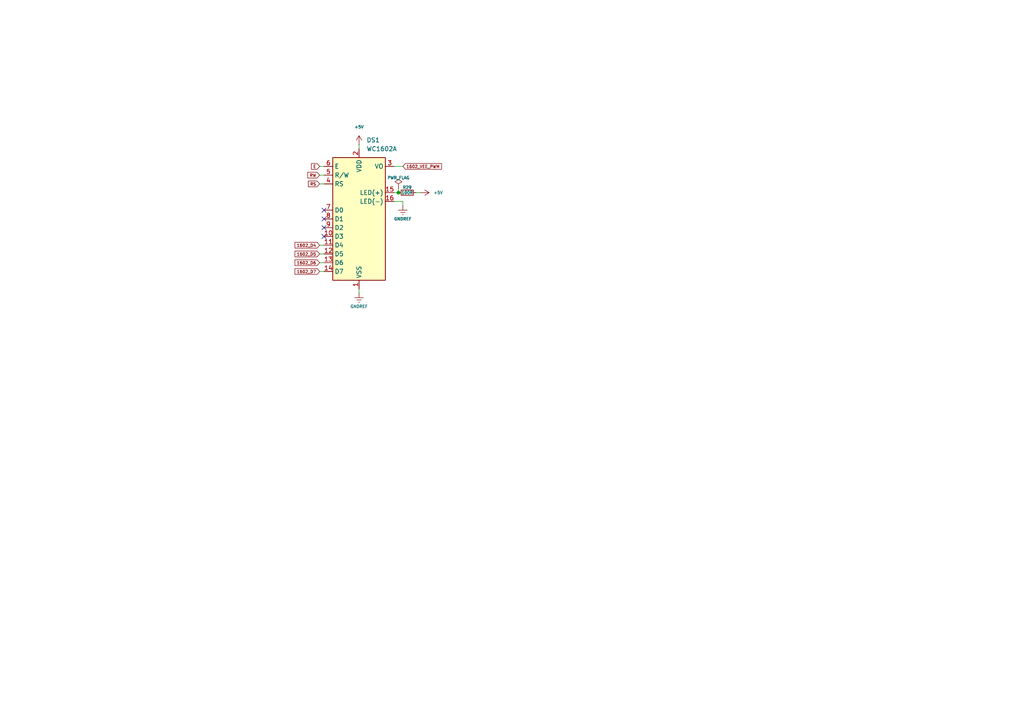
<source format=kicad_sch>
(kicad_sch
	(version 20250114)
	(generator "eeschema")
	(generator_version "9.0")
	(uuid "70e6cc08-5b7e-48a3-95ac-096c70c05d48")
	(paper "A4")
	(lib_symbols
		(symbol "Library:+5V"
			(power)
			(pin_numbers
				(hide yes)
			)
			(pin_names
				(offset 0)
				(hide yes)
			)
			(exclude_from_sim no)
			(in_bom yes)
			(on_board yes)
			(property "Reference" "#PWR"
				(at 0 -3.81 0)
				(effects
					(font
						(size 1.27 1.27)
					)
					(hide yes)
				)
			)
			(property "Value" "+5V"
				(at 0 3.556 0)
				(effects
					(font
						(size 1.27 1.27)
					)
				)
			)
			(property "Footprint" ""
				(at 0 0 0)
				(effects
					(font
						(size 1.27 1.27)
					)
					(hide yes)
				)
			)
			(property "Datasheet" ""
				(at 0 0 0)
				(effects
					(font
						(size 1.27 1.27)
					)
					(hide yes)
				)
			)
			(property "Description" "Power symbol creates a global label with name \"+5V\""
				(at 0 0 0)
				(effects
					(font
						(size 1.27 1.27)
					)
					(hide yes)
				)
			)
			(property "ki_keywords" "global power"
				(at 0 0 0)
				(effects
					(font
						(size 1.27 1.27)
					)
					(hide yes)
				)
			)
			(symbol "+5V_0_1"
				(polyline
					(pts
						(xy -0.762 1.27) (xy 0 2.54)
					)
					(stroke
						(width 0)
						(type default)
					)
					(fill
						(type none)
					)
				)
				(polyline
					(pts
						(xy 0 2.54) (xy 0.762 1.27)
					)
					(stroke
						(width 0)
						(type default)
					)
					(fill
						(type none)
					)
				)
				(polyline
					(pts
						(xy 0 0) (xy 0 2.54)
					)
					(stroke
						(width 0)
						(type default)
					)
					(fill
						(type none)
					)
				)
			)
			(symbol "+5V_1_1"
				(pin power_in line
					(at 0 0 90)
					(length 0)
					(name "~"
						(effects
							(font
								(size 1.27 1.27)
							)
						)
					)
					(number "1"
						(effects
							(font
								(size 1.27 1.27)
							)
						)
					)
				)
			)
			(embedded_fonts no)
		)
		(symbol "Library:GNDREF"
			(power)
			(pin_numbers
				(hide yes)
			)
			(pin_names
				(offset 0)
				(hide yes)
			)
			(exclude_from_sim no)
			(in_bom yes)
			(on_board yes)
			(property "Reference" "#PWR"
				(at 0 -6.35 0)
				(effects
					(font
						(size 1.27 1.27)
					)
					(hide yes)
				)
			)
			(property "Value" "GNDREF"
				(at 0 -3.81 0)
				(effects
					(font
						(size 1.27 1.27)
					)
				)
			)
			(property "Footprint" ""
				(at 0 0 0)
				(effects
					(font
						(size 1.27 1.27)
					)
					(hide yes)
				)
			)
			(property "Datasheet" ""
				(at 0 0 0)
				(effects
					(font
						(size 1.27 1.27)
					)
					(hide yes)
				)
			)
			(property "Description" "Power symbol creates a global label with name \"GNDREF\" , reference supply ground"
				(at 0 0 0)
				(effects
					(font
						(size 1.27 1.27)
					)
					(hide yes)
				)
			)
			(property "ki_keywords" "global power"
				(at 0 0 0)
				(effects
					(font
						(size 1.27 1.27)
					)
					(hide yes)
				)
			)
			(symbol "GNDREF_0_1"
				(polyline
					(pts
						(xy -0.635 -1.905) (xy 0.635 -1.905)
					)
					(stroke
						(width 0)
						(type default)
					)
					(fill
						(type none)
					)
				)
				(polyline
					(pts
						(xy -0.127 -2.54) (xy 0.127 -2.54)
					)
					(stroke
						(width 0)
						(type default)
					)
					(fill
						(type none)
					)
				)
				(polyline
					(pts
						(xy 0 -1.27) (xy 0 0)
					)
					(stroke
						(width 0)
						(type default)
					)
					(fill
						(type none)
					)
				)
				(polyline
					(pts
						(xy 1.27 -1.27) (xy -1.27 -1.27)
					)
					(stroke
						(width 0)
						(type default)
					)
					(fill
						(type none)
					)
				)
			)
			(symbol "GNDREF_1_1"
				(pin power_in line
					(at 0 0 270)
					(length 0)
					(name "~"
						(effects
							(font
								(size 1.27 1.27)
							)
						)
					)
					(number "1"
						(effects
							(font
								(size 1.27 1.27)
							)
						)
					)
				)
			)
			(embedded_fonts no)
		)
		(symbol "Library:PWR_FLAG"
			(power)
			(pin_numbers
				(hide yes)
			)
			(pin_names
				(offset 0)
				(hide yes)
			)
			(exclude_from_sim no)
			(in_bom yes)
			(on_board yes)
			(property "Reference" "#FLG"
				(at 0 1.905 0)
				(effects
					(font
						(size 1.27 1.27)
					)
					(hide yes)
				)
			)
			(property "Value" "PWR_FLAG"
				(at 0 3.81 0)
				(effects
					(font
						(size 1.27 1.27)
					)
				)
			)
			(property "Footprint" ""
				(at 0 0 0)
				(effects
					(font
						(size 1.27 1.27)
					)
					(hide yes)
				)
			)
			(property "Datasheet" "~"
				(at 0 0 0)
				(effects
					(font
						(size 1.27 1.27)
					)
					(hide yes)
				)
			)
			(property "Description" "Special symbol for telling ERC where power comes from"
				(at 0 0 0)
				(effects
					(font
						(size 1.27 1.27)
					)
					(hide yes)
				)
			)
			(property "ki_keywords" "flag power"
				(at 0 0 0)
				(effects
					(font
						(size 1.27 1.27)
					)
					(hide yes)
				)
			)
			(symbol "PWR_FLAG_0_0"
				(pin power_out line
					(at 0 0 90)
					(length 0)
					(name "~"
						(effects
							(font
								(size 1.27 1.27)
							)
						)
					)
					(number "1"
						(effects
							(font
								(size 1.27 1.27)
							)
						)
					)
				)
			)
			(symbol "PWR_FLAG_0_1"
				(polyline
					(pts
						(xy 0 0) (xy 0 1.27) (xy -1.016 1.905) (xy 0 2.54) (xy 1.016 1.905) (xy 0 1.27)
					)
					(stroke
						(width 0)
						(type default)
					)
					(fill
						(type none)
					)
				)
			)
			(embedded_fonts no)
		)
		(symbol "Library:R_Small"
			(pin_numbers
				(hide yes)
			)
			(pin_names
				(offset 0.254)
				(hide yes)
			)
			(exclude_from_sim no)
			(in_bom yes)
			(on_board yes)
			(property "Reference" "R"
				(at 0 0 90)
				(effects
					(font
						(size 1.016 1.016)
					)
				)
			)
			(property "Value" "R_Small"
				(at 1.778 0 90)
				(effects
					(font
						(size 1.27 1.27)
					)
				)
			)
			(property "Footprint" ""
				(at 0 0 0)
				(effects
					(font
						(size 1.27 1.27)
					)
					(hide yes)
				)
			)
			(property "Datasheet" "~"
				(at 0 0 0)
				(effects
					(font
						(size 1.27 1.27)
					)
					(hide yes)
				)
			)
			(property "Description" "Resistor, small symbol"
				(at 0 0 0)
				(effects
					(font
						(size 1.27 1.27)
					)
					(hide yes)
				)
			)
			(property "ki_keywords" "R resistor"
				(at 0 0 0)
				(effects
					(font
						(size 1.27 1.27)
					)
					(hide yes)
				)
			)
			(property "ki_fp_filters" "R_*"
				(at 0 0 0)
				(effects
					(font
						(size 1.27 1.27)
					)
					(hide yes)
				)
			)
			(symbol "R_Small_0_1"
				(rectangle
					(start -0.762 1.778)
					(end 0.762 -1.778)
					(stroke
						(width 0.2032)
						(type default)
					)
					(fill
						(type none)
					)
				)
			)
			(symbol "R_Small_1_1"
				(pin passive line
					(at 0 2.54 270)
					(length 0.762)
					(name "~"
						(effects
							(font
								(size 1.27 1.27)
							)
						)
					)
					(number "1"
						(effects
							(font
								(size 1.27 1.27)
							)
						)
					)
				)
				(pin passive line
					(at 0 -2.54 90)
					(length 0.762)
					(name "~"
						(effects
							(font
								(size 1.27 1.27)
							)
						)
					)
					(number "2"
						(effects
							(font
								(size 1.27 1.27)
							)
						)
					)
				)
			)
			(embedded_fonts no)
		)
		(symbol "Library:WC1602A"
			(exclude_from_sim no)
			(in_bom yes)
			(on_board yes)
			(property "Reference" "DS"
				(at -5.842 19.05 0)
				(effects
					(font
						(size 1.27 1.27)
					)
				)
			)
			(property "Value" "WC1602A"
				(at 5.334 19.05 0)
				(effects
					(font
						(size 1.27 1.27)
					)
				)
			)
			(property "Footprint" "Display:WC1602A"
				(at 0 -22.86 0)
				(effects
					(font
						(size 1.27 1.27)
						(italic yes)
					)
					(hide yes)
				)
			)
			(property "Datasheet" "http://www.wincomlcd.com/pdf/WC1602A-SFYLYHTC06.pdf"
				(at 17.78 0 0)
				(effects
					(font
						(size 1.27 1.27)
					)
					(hide yes)
				)
			)
			(property "Description" "LCD 16x2 Alphanumeric , 8 bit parallel bus, 5V VDD"
				(at 0 0 0)
				(effects
					(font
						(size 1.27 1.27)
					)
					(hide yes)
				)
			)
			(property "ki_keywords" "display LCD dot-matrix"
				(at 0 0 0)
				(effects
					(font
						(size 1.27 1.27)
					)
					(hide yes)
				)
			)
			(property "ki_fp_filters" "*WC*1602A*"
				(at 0 0 0)
				(effects
					(font
						(size 1.27 1.27)
					)
					(hide yes)
				)
			)
			(symbol "WC1602A_1_1"
				(rectangle
					(start -7.62 17.78)
					(end 7.62 -17.78)
					(stroke
						(width 0.254)
						(type default)
					)
					(fill
						(type background)
					)
				)
				(pin input line
					(at -10.16 15.24 0)
					(length 2.54)
					(name "E"
						(effects
							(font
								(size 1.27 1.27)
							)
						)
					)
					(number "6"
						(effects
							(font
								(size 1.27 1.27)
							)
						)
					)
				)
				(pin input line
					(at -10.16 12.7 0)
					(length 2.54)
					(name "R/W"
						(effects
							(font
								(size 1.27 1.27)
							)
						)
					)
					(number "5"
						(effects
							(font
								(size 1.27 1.27)
							)
						)
					)
				)
				(pin input line
					(at -10.16 10.16 0)
					(length 2.54)
					(name "RS"
						(effects
							(font
								(size 1.27 1.27)
							)
						)
					)
					(number "4"
						(effects
							(font
								(size 1.27 1.27)
							)
						)
					)
				)
				(pin input line
					(at -10.16 2.54 0)
					(length 2.54)
					(name "D0"
						(effects
							(font
								(size 1.27 1.27)
							)
						)
					)
					(number "7"
						(effects
							(font
								(size 1.27 1.27)
							)
						)
					)
				)
				(pin input line
					(at -10.16 0 0)
					(length 2.54)
					(name "D1"
						(effects
							(font
								(size 1.27 1.27)
							)
						)
					)
					(number "8"
						(effects
							(font
								(size 1.27 1.27)
							)
						)
					)
				)
				(pin input line
					(at -10.16 -2.54 0)
					(length 2.54)
					(name "D2"
						(effects
							(font
								(size 1.27 1.27)
							)
						)
					)
					(number "9"
						(effects
							(font
								(size 1.27 1.27)
							)
						)
					)
				)
				(pin input line
					(at -10.16 -5.08 0)
					(length 2.54)
					(name "D3"
						(effects
							(font
								(size 1.27 1.27)
							)
						)
					)
					(number "10"
						(effects
							(font
								(size 1.27 1.27)
							)
						)
					)
				)
				(pin input line
					(at -10.16 -7.62 0)
					(length 2.54)
					(name "D4"
						(effects
							(font
								(size 1.27 1.27)
							)
						)
					)
					(number "11"
						(effects
							(font
								(size 1.27 1.27)
							)
						)
					)
				)
				(pin input line
					(at -10.16 -10.16 0)
					(length 2.54)
					(name "D5"
						(effects
							(font
								(size 1.27 1.27)
							)
						)
					)
					(number "12"
						(effects
							(font
								(size 1.27 1.27)
							)
						)
					)
				)
				(pin input line
					(at -10.16 -12.7 0)
					(length 2.54)
					(name "D6"
						(effects
							(font
								(size 1.27 1.27)
							)
						)
					)
					(number "13"
						(effects
							(font
								(size 1.27 1.27)
							)
						)
					)
				)
				(pin input line
					(at -10.16 -15.24 0)
					(length 2.54)
					(name "D7"
						(effects
							(font
								(size 1.27 1.27)
							)
						)
					)
					(number "14"
						(effects
							(font
								(size 1.27 1.27)
							)
						)
					)
				)
				(pin power_in line
					(at 0 20.32 270)
					(length 2.54)
					(name "VDD"
						(effects
							(font
								(size 1.27 1.27)
							)
						)
					)
					(number "2"
						(effects
							(font
								(size 1.27 1.27)
							)
						)
					)
				)
				(pin power_in line
					(at 0 -20.32 90)
					(length 2.54)
					(name "VSS"
						(effects
							(font
								(size 1.27 1.27)
							)
						)
					)
					(number "1"
						(effects
							(font
								(size 1.27 1.27)
							)
						)
					)
				)
				(pin input line
					(at 10.16 15.24 180)
					(length 2.54)
					(name "VO"
						(effects
							(font
								(size 1.27 1.27)
							)
						)
					)
					(number "3"
						(effects
							(font
								(size 1.27 1.27)
							)
						)
					)
				)
				(pin power_in line
					(at 10.16 7.62 180)
					(length 2.54)
					(name "LED(+)"
						(effects
							(font
								(size 1.27 1.27)
							)
						)
					)
					(number "15"
						(effects
							(font
								(size 1.27 1.27)
							)
						)
					)
				)
				(pin power_in line
					(at 10.16 5.08 180)
					(length 2.54)
					(name "LED(-)"
						(effects
							(font
								(size 1.27 1.27)
							)
						)
					)
					(number "16"
						(effects
							(font
								(size 1.27 1.27)
							)
						)
					)
				)
			)
			(embedded_fonts no)
		)
	)
	(junction
		(at 115.57 55.88)
		(diameter 0)
		(color 0 0 0 0)
		(uuid "90e024a0-9971-477b-8499-6441908d80e8")
	)
	(no_connect
		(at 93.98 66.04)
		(uuid "17f72149-efa4-4a2c-a148-9b8db7b8091c")
	)
	(no_connect
		(at 93.98 68.58)
		(uuid "715fcb16-da2e-4891-a8bd-92cd77cc3ba4")
	)
	(no_connect
		(at 93.98 60.96)
		(uuid "c4234a2f-ef14-477d-81a9-2d5414eafc26")
	)
	(no_connect
		(at 93.98 63.5)
		(uuid "d8122160-7ec8-4e9b-8f88-64b5e8382d5f")
	)
	(wire
		(pts
			(xy 92.71 76.2) (xy 93.98 76.2)
		)
		(stroke
			(width 0)
			(type default)
		)
		(uuid "110b4f57-e320-4dfa-9d0d-2eb6b5d8cd63")
	)
	(wire
		(pts
			(xy 92.71 78.74) (xy 93.98 78.74)
		)
		(stroke
			(width 0)
			(type default)
		)
		(uuid "19fcd880-7c34-4cf4-96d2-5a191e4e1006")
	)
	(wire
		(pts
			(xy 92.71 48.26) (xy 93.98 48.26)
		)
		(stroke
			(width 0)
			(type default)
		)
		(uuid "651b7f49-a337-41e3-b146-79cf0a91f27e")
	)
	(wire
		(pts
			(xy 114.3 48.26) (xy 116.84 48.26)
		)
		(stroke
			(width 0)
			(type default)
		)
		(uuid "74e582b6-2f6c-4ad9-8edf-e169ae48e1c0")
	)
	(wire
		(pts
			(xy 92.71 73.66) (xy 93.98 73.66)
		)
		(stroke
			(width 0)
			(type default)
		)
		(uuid "76682349-c817-4607-b3e5-6f244cb60141")
	)
	(wire
		(pts
			(xy 115.57 54.61) (xy 115.57 55.88)
		)
		(stroke
			(width 0)
			(type default)
		)
		(uuid "8b32b440-38b2-4e20-aaf8-71637cedcc53")
	)
	(wire
		(pts
			(xy 92.71 53.34) (xy 93.98 53.34)
		)
		(stroke
			(width 0)
			(type default)
		)
		(uuid "91060ef3-62d8-46b3-aca1-6a22d682e795")
	)
	(wire
		(pts
			(xy 92.71 71.12) (xy 93.98 71.12)
		)
		(stroke
			(width 0)
			(type default)
		)
		(uuid "98e089c8-a215-4402-9d91-e9d0f44251bc")
	)
	(wire
		(pts
			(xy 104.14 41.91) (xy 104.14 43.18)
		)
		(stroke
			(width 0)
			(type default)
		)
		(uuid "ae99d79c-83f9-4a13-a602-8c52926925c0")
	)
	(wire
		(pts
			(xy 116.84 58.42) (xy 116.84 59.69)
		)
		(stroke
			(width 0)
			(type default)
		)
		(uuid "c14c479c-e9e9-4241-9861-fc147658d702")
	)
	(wire
		(pts
			(xy 104.14 85.09) (xy 104.14 83.82)
		)
		(stroke
			(width 0)
			(type default)
		)
		(uuid "c251fa55-b1bf-49f8-8e00-4d2c783c906f")
	)
	(wire
		(pts
			(xy 114.3 58.42) (xy 116.84 58.42)
		)
		(stroke
			(width 0)
			(type default)
		)
		(uuid "cc5e8c9e-ea9a-4a35-8263-9286e879d7da")
	)
	(wire
		(pts
			(xy 114.3 55.88) (xy 115.57 55.88)
		)
		(stroke
			(width 0)
			(type default)
		)
		(uuid "cf0edc69-fd74-4cbf-931d-7dc99ac8d43b")
	)
	(wire
		(pts
			(xy 121.92 55.88) (xy 120.65 55.88)
		)
		(stroke
			(width 0)
			(type default)
		)
		(uuid "ead836e2-e0c5-4253-a3c5-1a505db48015")
	)
	(wire
		(pts
			(xy 92.71 50.8) (xy 93.98 50.8)
		)
		(stroke
			(width 0)
			(type default)
		)
		(uuid "fdf1d5ac-2352-49e3-801c-40acae89c5db")
	)
	(global_label "1602_VEE_PWM"
		(shape input)
		(at 116.84 48.26 0)
		(fields_autoplaced yes)
		(effects
			(font
				(size 0.85 0.85)
			)
			(justify left)
		)
		(uuid "0d84a91c-b4ab-44cb-94dc-e3324d736797")
		(property "Intersheetrefs" "${INTERSHEET_REFS}"
			(at 128.4308 48.26 0)
			(effects
				(font
					(size 1.27 1.27)
				)
				(justify left)
				(hide yes)
			)
		)
	)
	(global_label "E"
		(shape input)
		(at 92.71 48.26 180)
		(fields_autoplaced yes)
		(effects
			(font
				(size 0.85 0.85)
			)
			(justify right)
		)
		(uuid "1eb317be-4838-4470-a5d6-da787b0f8108")
		(property "Intersheetrefs" "${INTERSHEET_REFS}"
			(at 89.9428 48.26 0)
			(effects
				(font
					(size 1.27 1.27)
				)
				(justify right)
				(hide yes)
			)
		)
	)
	(global_label "RW"
		(shape input)
		(at 92.71 50.8 180)
		(fields_autoplaced yes)
		(effects
			(font
				(size 0.85 0.85)
			)
			(justify right)
		)
		(uuid "309bb2c0-f994-4c2e-a98f-2d0176b9601e")
		(property "Intersheetrefs" "${INTERSHEET_REFS}"
			(at 88.8904 50.8 0)
			(effects
				(font
					(size 1.27 1.27)
				)
				(justify right)
				(hide yes)
			)
		)
	)
	(global_label "1602_D5"
		(shape input)
		(at 92.71 73.66 180)
		(fields_autoplaced yes)
		(effects
			(font
				(size 0.85 0.85)
			)
			(justify right)
		)
		(uuid "3f3fdd76-0fb3-46b3-88e4-797e1012d984")
		(property "Intersheetrefs" "${INTERSHEET_REFS}"
			(at 85.1667 73.66 0)
			(effects
				(font
					(size 1.27 1.27)
				)
				(justify right)
				(hide yes)
			)
		)
	)
	(global_label "RS"
		(shape input)
		(at 92.71 53.34 180)
		(fields_autoplaced yes)
		(effects
			(font
				(size 0.85 0.85)
			)
			(justify right)
		)
		(uuid "400e99d3-9435-42e2-8afe-a4b49315b7ef")
		(property "Intersheetrefs" "${INTERSHEET_REFS}"
			(at 89.0523 53.34 0)
			(effects
				(font
					(size 1.27 1.27)
				)
				(justify right)
				(hide yes)
			)
		)
	)
	(global_label "1602_D6"
		(shape input)
		(at 92.71 76.2 180)
		(fields_autoplaced yes)
		(effects
			(font
				(size 0.85 0.85)
			)
			(justify right)
		)
		(uuid "7c720589-9754-4c90-a8b6-c063b01064b2")
		(property "Intersheetrefs" "${INTERSHEET_REFS}"
			(at 85.1667 76.2 0)
			(effects
				(font
					(size 1.27 1.27)
				)
				(justify right)
				(hide yes)
			)
		)
	)
	(global_label "1602_D7"
		(shape input)
		(at 92.71 78.74 180)
		(fields_autoplaced yes)
		(effects
			(font
				(size 0.85 0.85)
			)
			(justify right)
		)
		(uuid "84357237-2839-46d1-a2d7-5055e65d291b")
		(property "Intersheetrefs" "${INTERSHEET_REFS}"
			(at 85.1667 78.74 0)
			(effects
				(font
					(size 1.27 1.27)
				)
				(justify right)
				(hide yes)
			)
		)
	)
	(global_label "1602_D4"
		(shape input)
		(at 92.71 71.12 180)
		(fields_autoplaced yes)
		(effects
			(font
				(size 0.85 0.85)
			)
			(justify right)
		)
		(uuid "bd549fad-604f-4088-a3fe-09bb67f37bf1")
		(property "Intersheetrefs" "${INTERSHEET_REFS}"
			(at 85.1667 71.12 0)
			(effects
				(font
					(size 1.27 1.27)
				)
				(justify right)
				(hide yes)
			)
		)
	)
	(symbol
		(lib_id "Library:+5V")
		(at 121.92 55.88 270)
		(unit 1)
		(exclude_from_sim no)
		(in_bom yes)
		(on_board yes)
		(dnp no)
		(fields_autoplaced yes)
		(uuid "717bce9a-f224-4d49-90c3-b200f6756673")
		(property "Reference" "#PWR089"
			(at 118.11 55.88 0)
			(effects
				(font
					(size 0.85 0.85)
				)
				(hide yes)
			)
		)
		(property "Value" "+5V"
			(at 125.73 55.8799 90)
			(effects
				(font
					(size 0.85 0.85)
				)
				(justify left)
			)
		)
		(property "Footprint" ""
			(at 121.92 55.88 0)
			(effects
				(font
					(size 0.85 0.85)
				)
				(hide yes)
			)
		)
		(property "Datasheet" ""
			(at 121.92 55.88 0)
			(effects
				(font
					(size 0.85 0.85)
				)
				(hide yes)
			)
		)
		(property "Description" "Power symbol creates a global label with name \"+5V\""
			(at 121.92 55.88 0)
			(effects
				(font
					(size 0.85 0.85)
				)
				(hide yes)
			)
		)
		(pin "1"
			(uuid "4ea9e656-0be9-4ee3-bba3-8eca4d2a0fa2")
		)
		(instances
			(project "MoistureDatalogger"
				(path "/2465b45a-61bf-4bb8-9f23-f35ab1c53bad/4d95b4cd-282b-4c6b-9042-d04cf6f15a1a"
					(reference "#PWR089")
					(unit 1)
				)
			)
		)
	)
	(symbol
		(lib_id "Library:R_Small")
		(at 118.11 55.88 270)
		(unit 1)
		(exclude_from_sim no)
		(in_bom yes)
		(on_board yes)
		(dnp no)
		(uuid "869407b2-7c86-4338-b95c-a6592d68ec91")
		(property "Reference" "R29"
			(at 118.11 54.356 90)
			(effects
				(font
					(size 0.85 0.85)
				)
			)
		)
		(property "Value" "100R"
			(at 118.11 55.88 90)
			(effects
				(font
					(size 0.85 0.85)
				)
			)
		)
		(property "Footprint" "Library:R_0805_2012Metric"
			(at 118.11 55.88 0)
			(effects
				(font
					(size 0.85 0.85)
				)
				(hide yes)
			)
		)
		(property "Datasheet" "~"
			(at 118.11 55.88 0)
			(effects
				(font
					(size 0.85 0.85)
				)
				(hide yes)
			)
		)
		(property "Description" "Resistor, small symbol"
			(at 118.11 55.88 0)
			(effects
				(font
					(size 0.85 0.85)
				)
				(hide yes)
			)
		)
		(pin "1"
			(uuid "48923269-ddb5-4cf4-9194-3366b61667f6")
		)
		(pin "2"
			(uuid "63970998-e0b4-47e3-8c32-419ee99c3725")
		)
		(instances
			(project "MoistureDatalogger"
				(path "/2465b45a-61bf-4bb8-9f23-f35ab1c53bad/4d95b4cd-282b-4c6b-9042-d04cf6f15a1a"
					(reference "R29")
					(unit 1)
				)
			)
		)
	)
	(symbol
		(lib_id "Library:GNDREF")
		(at 116.84 59.69 0)
		(unit 1)
		(exclude_from_sim no)
		(in_bom yes)
		(on_board yes)
		(dnp no)
		(uuid "a8c8fad6-71c6-4a5d-a71e-1be598a54463")
		(property "Reference" "#PWR090"
			(at 116.84 66.04 0)
			(effects
				(font
					(size 0.85 0.85)
				)
				(hide yes)
			)
		)
		(property "Value" "GNDREF"
			(at 116.84 63.5 0)
			(effects
				(font
					(size 0.85 0.85)
				)
			)
		)
		(property "Footprint" ""
			(at 116.84 59.69 0)
			(effects
				(font
					(size 0.85 0.85)
				)
				(hide yes)
			)
		)
		(property "Datasheet" ""
			(at 116.84 59.69 0)
			(effects
				(font
					(size 0.85 0.85)
				)
				(hide yes)
			)
		)
		(property "Description" "Power symbol creates a global label with name \"GNDREF\" , reference supply ground"
			(at 116.84 59.69 0)
			(effects
				(font
					(size 0.85 0.85)
				)
				(hide yes)
			)
		)
		(pin "1"
			(uuid "76b93265-cd63-4596-91cc-818481988079")
		)
		(instances
			(project "MoistureDatalogger"
				(path "/2465b45a-61bf-4bb8-9f23-f35ab1c53bad/4d95b4cd-282b-4c6b-9042-d04cf6f15a1a"
					(reference "#PWR090")
					(unit 1)
				)
			)
		)
	)
	(symbol
		(lib_id "Library:WC1602A")
		(at 104.14 63.5 0)
		(unit 1)
		(exclude_from_sim no)
		(in_bom yes)
		(on_board yes)
		(dnp no)
		(fields_autoplaced yes)
		(uuid "bc709902-ac6c-4402-a8ee-15bcdd5c4d7e")
		(property "Reference" "DS1"
			(at 106.2833 40.64 0)
			(effects
				(font
					(size 1.27 1.27)
				)
				(justify left)
			)
		)
		(property "Value" "WC1602A"
			(at 106.2833 43.18 0)
			(effects
				(font
					(size 1.27 1.27)
				)
				(justify left)
			)
		)
		(property "Footprint" "Library:JST_XH_B16B-XH-A_1x16_P2.50mm_Vertical"
			(at 104.14 86.36 0)
			(effects
				(font
					(size 1.27 1.27)
					(italic yes)
				)
				(hide yes)
			)
		)
		(property "Datasheet" "http://www.wincomlcd.com/pdf/WC1602A-SFYLYHTC06.pdf"
			(at 121.92 63.5 0)
			(effects
				(font
					(size 1.27 1.27)
				)
				(hide yes)
			)
		)
		(property "Description" "LCD 16x2 Alphanumeric , 8 bit parallel bus, 5V VDD"
			(at 104.14 63.5 0)
			(effects
				(font
					(size 1.27 1.27)
				)
				(hide yes)
			)
		)
		(pin "5"
			(uuid "48f2e68c-7b07-47f9-bd1e-4313468171e9")
		)
		(pin "14"
			(uuid "450e37fc-4b6f-4e2e-974f-b9d1c7201662")
		)
		(pin "13"
			(uuid "7933fdf1-278a-4bb9-8015-0ad3bdf2a290")
		)
		(pin "4"
			(uuid "680f0d4b-0c24-4972-8f51-364a93321cde")
		)
		(pin "2"
			(uuid "61ff5ac1-8bc1-4bf6-8271-6d98210b811f")
		)
		(pin "10"
			(uuid "3ea13c7e-1d7a-4ebd-817a-4c12d0d10eff")
		)
		(pin "8"
			(uuid "bc1e71bb-d597-477a-8fc8-ab5957cfba15")
		)
		(pin "6"
			(uuid "6a12287c-aa26-4936-99e0-7fed428d46ba")
		)
		(pin "9"
			(uuid "9941f3ae-bb2e-421b-8fcc-d8162a4c2997")
		)
		(pin "1"
			(uuid "1201b891-6306-45d9-b38c-42642ac4301e")
		)
		(pin "3"
			(uuid "5670b729-9b88-4e9d-82cc-600939ce5a89")
		)
		(pin "7"
			(uuid "3c97bb07-7ab3-471f-9938-e940f249097b")
		)
		(pin "15"
			(uuid "26a9ff84-5635-41f5-aafe-34f5ab691687")
		)
		(pin "12"
			(uuid "34a7c51a-58c1-4bca-b3f7-4051fe36a5b1")
		)
		(pin "11"
			(uuid "5a210fe4-8582-4460-b04c-77296115cf46")
		)
		(pin "16"
			(uuid "a1a68772-dc0f-4ee2-bd00-5d9ec00d6648")
		)
		(instances
			(project ""
				(path "/2465b45a-61bf-4bb8-9f23-f35ab1c53bad/4d95b4cd-282b-4c6b-9042-d04cf6f15a1a"
					(reference "DS1")
					(unit 1)
				)
			)
		)
	)
	(symbol
		(lib_id "Library:PWR_FLAG")
		(at 115.57 54.61 0)
		(unit 1)
		(exclude_from_sim no)
		(in_bom yes)
		(on_board yes)
		(dnp no)
		(uuid "c1b40673-6193-424e-ad74-8c115368a3e9")
		(property "Reference" "#FLG02"
			(at 115.57 52.705 0)
			(effects
				(font
					(size 1.27 1.27)
				)
				(hide yes)
			)
		)
		(property "Value" "PWR_FLAG"
			(at 115.57 51.562 0)
			(effects
				(font
					(size 0.85 0.85)
				)
			)
		)
		(property "Footprint" ""
			(at 115.57 54.61 0)
			(effects
				(font
					(size 1.27 1.27)
				)
				(hide yes)
			)
		)
		(property "Datasheet" "~"
			(at 115.57 54.61 0)
			(effects
				(font
					(size 1.27 1.27)
				)
				(hide yes)
			)
		)
		(property "Description" "Special symbol for telling ERC where power comes from"
			(at 115.57 54.61 0)
			(effects
				(font
					(size 1.27 1.27)
				)
				(hide yes)
			)
		)
		(pin "1"
			(uuid "d9b797bc-3fd7-41e2-8733-13b89399817f")
		)
		(instances
			(project ""
				(path "/2465b45a-61bf-4bb8-9f23-f35ab1c53bad/4d95b4cd-282b-4c6b-9042-d04cf6f15a1a"
					(reference "#FLG02")
					(unit 1)
				)
			)
		)
	)
	(symbol
		(lib_id "Library:+5V")
		(at 104.14 41.91 0)
		(unit 1)
		(exclude_from_sim no)
		(in_bom yes)
		(on_board yes)
		(dnp no)
		(fields_autoplaced yes)
		(uuid "e065cf74-c0d9-4237-9746-9313db0ff738")
		(property "Reference" "#PWR087"
			(at 104.14 45.72 0)
			(effects
				(font
					(size 0.85 0.85)
				)
				(hide yes)
			)
		)
		(property "Value" "+5V"
			(at 104.14 36.83 0)
			(effects
				(font
					(size 0.85 0.85)
				)
			)
		)
		(property "Footprint" ""
			(at 104.14 41.91 0)
			(effects
				(font
					(size 0.85 0.85)
				)
				(hide yes)
			)
		)
		(property "Datasheet" ""
			(at 104.14 41.91 0)
			(effects
				(font
					(size 0.85 0.85)
				)
				(hide yes)
			)
		)
		(property "Description" "Power symbol creates a global label with name \"+5V\""
			(at 104.14 41.91 0)
			(effects
				(font
					(size 0.85 0.85)
				)
				(hide yes)
			)
		)
		(pin "1"
			(uuid "e7152498-ca2b-4c14-bf52-b63ff9e58152")
		)
		(instances
			(project "MoistureDatalogger"
				(path "/2465b45a-61bf-4bb8-9f23-f35ab1c53bad/4d95b4cd-282b-4c6b-9042-d04cf6f15a1a"
					(reference "#PWR087")
					(unit 1)
				)
			)
		)
	)
	(symbol
		(lib_id "Library:GNDREF")
		(at 104.14 85.09 0)
		(unit 1)
		(exclude_from_sim no)
		(in_bom yes)
		(on_board yes)
		(dnp no)
		(uuid "fd6eebe1-66d6-449f-9985-9f3045c8e7fc")
		(property "Reference" "#PWR088"
			(at 104.14 91.44 0)
			(effects
				(font
					(size 0.85 0.85)
				)
				(hide yes)
			)
		)
		(property "Value" "GNDREF"
			(at 104.14 88.9 0)
			(effects
				(font
					(size 0.85 0.85)
				)
			)
		)
		(property "Footprint" ""
			(at 104.14 85.09 0)
			(effects
				(font
					(size 0.85 0.85)
				)
				(hide yes)
			)
		)
		(property "Datasheet" ""
			(at 104.14 85.09 0)
			(effects
				(font
					(size 0.85 0.85)
				)
				(hide yes)
			)
		)
		(property "Description" "Power symbol creates a global label with name \"GNDREF\" , reference supply ground"
			(at 104.14 85.09 0)
			(effects
				(font
					(size 0.85 0.85)
				)
				(hide yes)
			)
		)
		(pin "1"
			(uuid "cd6eec06-d210-4cc6-92d0-c8a86a0e9218")
		)
		(instances
			(project "MoistureDatalogger"
				(path "/2465b45a-61bf-4bb8-9f23-f35ab1c53bad/4d95b4cd-282b-4c6b-9042-d04cf6f15a1a"
					(reference "#PWR088")
					(unit 1)
				)
			)
		)
	)
)

</source>
